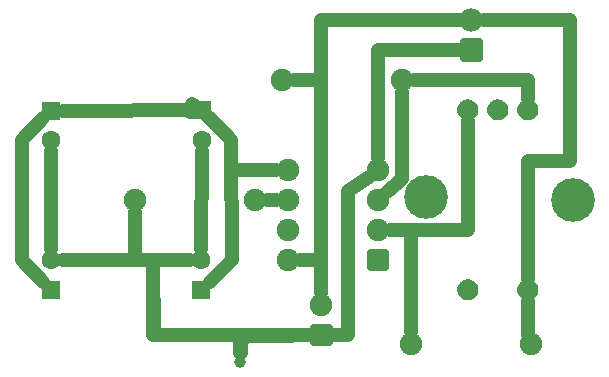
<source format=gbl>
G04 MADE WITH FRITZING*
G04 WWW.FRITZING.ORG*
G04 DOUBLE SIDED*
G04 HOLES PLATED*
G04 CONTOUR ON CENTER OF CONTOUR VECTOR*
%ASAXBY*%
%FSLAX23Y23*%
%MOIN*%
%OFA0B0*%
%SFA1.0B1.0*%
%ADD10C,0.070000*%
%ADD11C,0.075000*%
%ADD12C,0.145669*%
%ADD13C,0.039370*%
%ADD14C,0.062992*%
%ADD15C,0.078000*%
%ADD16R,0.062992X0.062992*%
%ADD17C,0.048000*%
%ADD18C,0.020000*%
%ADD19R,0.001000X0.001000*%
%LNCOPPER0*%
G90*
G70*
G54D10*
X1739Y1057D03*
X1639Y1057D03*
X1539Y1057D03*
X1739Y457D03*
X1539Y457D03*
G54D11*
X919Y1157D03*
X1319Y1157D03*
X1750Y277D03*
X1350Y277D03*
X829Y757D03*
X429Y757D03*
G54D12*
X1399Y767D03*
X1889Y757D03*
G54D11*
X1050Y307D03*
X1050Y407D03*
G54D13*
X779Y217D03*
G54D14*
X650Y458D03*
X650Y557D03*
X650Y458D03*
X650Y557D03*
X150Y458D03*
X150Y557D03*
X150Y458D03*
X150Y557D03*
X651Y1056D03*
X651Y958D03*
X651Y1056D03*
X651Y958D03*
X150Y1055D03*
X150Y957D03*
X150Y1055D03*
X150Y957D03*
G54D11*
X1239Y557D03*
X939Y557D03*
X1239Y657D03*
X939Y657D03*
X1239Y757D03*
X939Y757D03*
X1239Y857D03*
X939Y857D03*
G54D15*
X1550Y1257D03*
X1550Y1357D03*
G54D16*
X650Y458D03*
X650Y458D03*
X150Y458D03*
X150Y458D03*
X651Y1056D03*
X651Y1056D03*
X150Y1055D03*
X150Y1055D03*
G54D17*
X1049Y557D02*
X979Y557D01*
D02*
X1049Y1158D02*
X1049Y557D01*
D02*
X959Y1157D02*
X1049Y1158D01*
D02*
X1319Y1007D02*
X1319Y1118D01*
D02*
X1319Y827D02*
X1319Y1007D01*
D02*
X1269Y783D02*
X1319Y827D01*
D02*
X1500Y1158D02*
X1359Y1157D01*
D02*
X1740Y1158D02*
X1500Y1158D01*
D02*
X1739Y1095D02*
X1740Y1158D01*
D02*
X1740Y718D02*
X1739Y495D01*
D02*
X1879Y887D02*
X1740Y887D01*
D02*
X1740Y887D02*
X1740Y718D01*
D02*
X1879Y1356D02*
X1879Y887D01*
D02*
X1591Y1357D02*
X1879Y1356D01*
D02*
X1740Y307D02*
X1739Y420D01*
D02*
X1738Y315D02*
X1740Y307D01*
D02*
X1540Y656D02*
X1279Y657D01*
D02*
X1539Y1020D02*
X1540Y656D01*
D02*
X1349Y656D02*
X1349Y317D01*
D02*
X1279Y657D02*
X1349Y656D01*
D02*
X429Y557D02*
X429Y718D01*
D02*
X612Y557D02*
X429Y557D01*
D02*
X899Y757D02*
X869Y757D01*
D02*
X648Y1058D02*
X619Y1077D01*
D02*
X748Y858D02*
X748Y958D01*
D02*
X748Y958D02*
X648Y1058D01*
D02*
X899Y857D02*
X748Y858D01*
D02*
X1050Y557D02*
X1050Y447D01*
D02*
X979Y557D02*
X1050Y557D01*
D02*
X612Y557D02*
X490Y557D01*
D02*
X490Y557D02*
X490Y306D01*
D02*
X490Y306D02*
X1010Y307D01*
D02*
X489Y557D02*
X612Y557D01*
D02*
X491Y306D02*
X489Y557D01*
D02*
X784Y307D02*
X491Y306D01*
D02*
X781Y247D02*
X784Y307D01*
D02*
X1139Y787D02*
X1139Y307D01*
D02*
X779Y305D02*
X779Y247D01*
D02*
X1139Y307D02*
X779Y305D01*
D02*
X1207Y834D02*
X1139Y787D01*
D02*
X650Y1056D02*
X613Y1052D01*
D02*
X188Y1055D02*
X650Y1056D01*
D02*
X51Y958D02*
X51Y558D01*
D02*
X51Y558D02*
X123Y485D01*
D02*
X123Y1029D02*
X51Y958D01*
D02*
X1048Y558D02*
X979Y557D01*
D02*
X1048Y657D02*
X1048Y558D01*
D02*
X1050Y657D02*
X1048Y657D01*
D02*
X1050Y1357D02*
X1050Y657D01*
D02*
X751Y558D02*
X677Y485D01*
D02*
X750Y956D02*
X751Y558D01*
D02*
X678Y1029D02*
X750Y956D01*
D02*
X1239Y897D02*
X1240Y1258D01*
D02*
X651Y920D02*
X650Y595D01*
D02*
X150Y919D02*
X150Y595D01*
D02*
X612Y557D02*
X188Y557D01*
D02*
X1050Y1357D02*
X1473Y1358D01*
D02*
X750Y956D02*
X748Y859D01*
D02*
X1508Y1358D02*
X1473Y1358D01*
D02*
X1240Y1258D02*
X1508Y1257D01*
G54D18*
X1022Y334D02*
X1077Y334D01*
X1077Y279D01*
X1022Y279D01*
X1022Y334D01*
D02*
X1211Y530D02*
X1211Y585D01*
X1266Y585D01*
X1266Y530D01*
X1211Y530D01*
D02*
X1521Y1228D02*
X1521Y1286D01*
X1579Y1286D01*
X1579Y1228D01*
X1521Y1228D01*
D02*
G54D19*
X1533Y1092D02*
X1543Y1092D01*
X1633Y1092D02*
X1642Y1092D01*
X1733Y1092D02*
X1742Y1092D01*
X1529Y1091D02*
X1546Y1091D01*
X1629Y1091D02*
X1646Y1091D01*
X1729Y1091D02*
X1746Y1091D01*
X1526Y1090D02*
X1549Y1090D01*
X1626Y1090D02*
X1649Y1090D01*
X1726Y1090D02*
X1749Y1090D01*
X1524Y1089D02*
X1551Y1089D01*
X1624Y1089D02*
X1651Y1089D01*
X1724Y1089D02*
X1751Y1089D01*
X1522Y1088D02*
X1553Y1088D01*
X1622Y1088D02*
X1653Y1088D01*
X1722Y1088D02*
X1753Y1088D01*
X1521Y1087D02*
X1555Y1087D01*
X1620Y1087D02*
X1655Y1087D01*
X1720Y1087D02*
X1755Y1087D01*
X1519Y1086D02*
X1556Y1086D01*
X1619Y1086D02*
X1656Y1086D01*
X1719Y1086D02*
X1756Y1086D01*
X1518Y1085D02*
X1558Y1085D01*
X1618Y1085D02*
X1658Y1085D01*
X1718Y1085D02*
X1758Y1085D01*
X1516Y1084D02*
X1559Y1084D01*
X1616Y1084D02*
X1659Y1084D01*
X1716Y1084D02*
X1759Y1084D01*
X1515Y1083D02*
X1560Y1083D01*
X1615Y1083D02*
X1660Y1083D01*
X1715Y1083D02*
X1760Y1083D01*
X1514Y1082D02*
X1561Y1082D01*
X1614Y1082D02*
X1661Y1082D01*
X1714Y1082D02*
X1761Y1082D01*
X1513Y1081D02*
X1562Y1081D01*
X1613Y1081D02*
X1662Y1081D01*
X1713Y1081D02*
X1762Y1081D01*
X1512Y1080D02*
X1563Y1080D01*
X1612Y1080D02*
X1663Y1080D01*
X1712Y1080D02*
X1763Y1080D01*
X1512Y1079D02*
X1564Y1079D01*
X1611Y1079D02*
X1664Y1079D01*
X1711Y1079D02*
X1764Y1079D01*
X1511Y1078D02*
X1565Y1078D01*
X1611Y1078D02*
X1665Y1078D01*
X1711Y1078D02*
X1765Y1078D01*
X1510Y1077D02*
X1565Y1077D01*
X1610Y1077D02*
X1665Y1077D01*
X1710Y1077D02*
X1765Y1077D01*
X1509Y1076D02*
X1566Y1076D01*
X1609Y1076D02*
X1666Y1076D01*
X1709Y1076D02*
X1766Y1076D01*
X1509Y1075D02*
X1567Y1075D01*
X1609Y1075D02*
X1667Y1075D01*
X1708Y1075D02*
X1767Y1075D01*
X1508Y1074D02*
X1567Y1074D01*
X1608Y1074D02*
X1667Y1074D01*
X1708Y1074D02*
X1767Y1074D01*
X1507Y1073D02*
X1568Y1073D01*
X1607Y1073D02*
X1668Y1073D01*
X1707Y1073D02*
X1768Y1073D01*
X1507Y1072D02*
X1533Y1072D01*
X1543Y1072D02*
X1569Y1072D01*
X1607Y1072D02*
X1632Y1072D01*
X1643Y1072D02*
X1668Y1072D01*
X1707Y1072D02*
X1732Y1072D01*
X1743Y1072D02*
X1768Y1072D01*
X1506Y1071D02*
X1530Y1071D01*
X1546Y1071D02*
X1569Y1071D01*
X1606Y1071D02*
X1629Y1071D01*
X1646Y1071D02*
X1669Y1071D01*
X1706Y1071D02*
X1729Y1071D01*
X1746Y1071D02*
X1769Y1071D01*
X1506Y1070D02*
X1528Y1070D01*
X1548Y1070D02*
X1569Y1070D01*
X1606Y1070D02*
X1628Y1070D01*
X1648Y1070D02*
X1669Y1070D01*
X1706Y1070D02*
X1728Y1070D01*
X1748Y1070D02*
X1769Y1070D01*
X1506Y1069D02*
X1527Y1069D01*
X1549Y1069D02*
X1570Y1069D01*
X1605Y1069D02*
X1626Y1069D01*
X1649Y1069D02*
X1670Y1069D01*
X1705Y1069D02*
X1726Y1069D01*
X1749Y1069D02*
X1770Y1069D01*
X1505Y1068D02*
X1526Y1068D01*
X1550Y1068D02*
X1570Y1068D01*
X1605Y1068D02*
X1625Y1068D01*
X1650Y1068D02*
X1670Y1068D01*
X1705Y1068D02*
X1725Y1068D01*
X1750Y1068D02*
X1770Y1068D01*
X1505Y1067D02*
X1525Y1067D01*
X1551Y1067D02*
X1571Y1067D01*
X1605Y1067D02*
X1625Y1067D01*
X1651Y1067D02*
X1671Y1067D01*
X1705Y1067D02*
X1725Y1067D01*
X1751Y1067D02*
X1771Y1067D01*
X1504Y1066D02*
X1524Y1066D01*
X1551Y1066D02*
X1571Y1066D01*
X1604Y1066D02*
X1624Y1066D01*
X1651Y1066D02*
X1671Y1066D01*
X1704Y1066D02*
X1724Y1066D01*
X1751Y1066D02*
X1771Y1066D01*
X1504Y1065D02*
X1524Y1065D01*
X1552Y1065D02*
X1571Y1065D01*
X1604Y1065D02*
X1624Y1065D01*
X1652Y1065D02*
X1671Y1065D01*
X1704Y1065D02*
X1724Y1065D01*
X1752Y1065D02*
X1771Y1065D01*
X1504Y1064D02*
X1523Y1064D01*
X1552Y1064D02*
X1571Y1064D01*
X1604Y1064D02*
X1623Y1064D01*
X1652Y1064D02*
X1671Y1064D01*
X1704Y1064D02*
X1723Y1064D01*
X1752Y1064D02*
X1771Y1064D01*
X1504Y1063D02*
X1523Y1063D01*
X1552Y1063D02*
X1572Y1063D01*
X1604Y1063D02*
X1623Y1063D01*
X1652Y1063D02*
X1672Y1063D01*
X1704Y1063D02*
X1723Y1063D01*
X1752Y1063D02*
X1772Y1063D01*
X1504Y1062D02*
X1523Y1062D01*
X1553Y1062D02*
X1572Y1062D01*
X1604Y1062D02*
X1623Y1062D01*
X1653Y1062D02*
X1672Y1062D01*
X1703Y1062D02*
X1723Y1062D01*
X1753Y1062D02*
X1772Y1062D01*
X1503Y1061D02*
X1522Y1061D01*
X1553Y1061D02*
X1572Y1061D01*
X1603Y1061D02*
X1622Y1061D01*
X1653Y1061D02*
X1672Y1061D01*
X1703Y1061D02*
X1722Y1061D01*
X1753Y1061D02*
X1772Y1061D01*
X1503Y1060D02*
X1522Y1060D01*
X1553Y1060D02*
X1572Y1060D01*
X1603Y1060D02*
X1622Y1060D01*
X1653Y1060D02*
X1672Y1060D01*
X1703Y1060D02*
X1722Y1060D01*
X1753Y1060D02*
X1772Y1060D01*
X1503Y1059D02*
X1522Y1059D01*
X1553Y1059D02*
X1572Y1059D01*
X1603Y1059D02*
X1622Y1059D01*
X1653Y1059D02*
X1672Y1059D01*
X1703Y1059D02*
X1722Y1059D01*
X1753Y1059D02*
X1772Y1059D01*
X1503Y1058D02*
X1522Y1058D01*
X1553Y1058D02*
X1572Y1058D01*
X1603Y1058D02*
X1622Y1058D01*
X1653Y1058D02*
X1672Y1058D01*
X1703Y1058D02*
X1722Y1058D01*
X1753Y1058D02*
X1772Y1058D01*
X1503Y1057D02*
X1522Y1057D01*
X1553Y1057D02*
X1572Y1057D01*
X1603Y1057D02*
X1622Y1057D01*
X1653Y1057D02*
X1672Y1057D01*
X1703Y1057D02*
X1722Y1057D01*
X1753Y1057D02*
X1772Y1057D01*
X1503Y1056D02*
X1522Y1056D01*
X1553Y1056D02*
X1572Y1056D01*
X1603Y1056D02*
X1622Y1056D01*
X1653Y1056D02*
X1672Y1056D01*
X1703Y1056D02*
X1722Y1056D01*
X1753Y1056D02*
X1772Y1056D01*
X1503Y1055D02*
X1522Y1055D01*
X1553Y1055D02*
X1572Y1055D01*
X1603Y1055D02*
X1622Y1055D01*
X1653Y1055D02*
X1672Y1055D01*
X1703Y1055D02*
X1722Y1055D01*
X1753Y1055D02*
X1772Y1055D01*
X1503Y1054D02*
X1522Y1054D01*
X1553Y1054D02*
X1572Y1054D01*
X1603Y1054D02*
X1622Y1054D01*
X1653Y1054D02*
X1672Y1054D01*
X1703Y1054D02*
X1722Y1054D01*
X1753Y1054D02*
X1772Y1054D01*
X1504Y1053D02*
X1523Y1053D01*
X1553Y1053D02*
X1572Y1053D01*
X1604Y1053D02*
X1623Y1053D01*
X1653Y1053D02*
X1672Y1053D01*
X1703Y1053D02*
X1723Y1053D01*
X1753Y1053D02*
X1772Y1053D01*
X1504Y1052D02*
X1523Y1052D01*
X1552Y1052D02*
X1572Y1052D01*
X1604Y1052D02*
X1623Y1052D01*
X1652Y1052D02*
X1672Y1052D01*
X1704Y1052D02*
X1723Y1052D01*
X1752Y1052D02*
X1772Y1052D01*
X1504Y1051D02*
X1523Y1051D01*
X1552Y1051D02*
X1571Y1051D01*
X1604Y1051D02*
X1623Y1051D01*
X1652Y1051D02*
X1671Y1051D01*
X1704Y1051D02*
X1723Y1051D01*
X1752Y1051D02*
X1771Y1051D01*
X1504Y1050D02*
X1524Y1050D01*
X1552Y1050D02*
X1571Y1050D01*
X1604Y1050D02*
X1624Y1050D01*
X1652Y1050D02*
X1671Y1050D01*
X1704Y1050D02*
X1724Y1050D01*
X1752Y1050D02*
X1771Y1050D01*
X1504Y1049D02*
X1524Y1049D01*
X1551Y1049D02*
X1571Y1049D01*
X1604Y1049D02*
X1624Y1049D01*
X1651Y1049D02*
X1671Y1049D01*
X1704Y1049D02*
X1724Y1049D01*
X1751Y1049D02*
X1771Y1049D01*
X1505Y1048D02*
X1525Y1048D01*
X1551Y1048D02*
X1571Y1048D01*
X1605Y1048D02*
X1625Y1048D01*
X1651Y1048D02*
X1671Y1048D01*
X1705Y1048D02*
X1725Y1048D01*
X1751Y1048D02*
X1771Y1048D01*
X1505Y1047D02*
X1526Y1047D01*
X1550Y1047D02*
X1570Y1047D01*
X1605Y1047D02*
X1625Y1047D01*
X1650Y1047D02*
X1670Y1047D01*
X1705Y1047D02*
X1725Y1047D01*
X1750Y1047D02*
X1770Y1047D01*
X1506Y1046D02*
X1527Y1046D01*
X1549Y1046D02*
X1570Y1046D01*
X1605Y1046D02*
X1626Y1046D01*
X1649Y1046D02*
X1670Y1046D01*
X1705Y1046D02*
X1726Y1046D01*
X1749Y1046D02*
X1770Y1046D01*
X1506Y1045D02*
X1528Y1045D01*
X1548Y1045D02*
X1569Y1045D01*
X1606Y1045D02*
X1628Y1045D01*
X1648Y1045D02*
X1669Y1045D01*
X1706Y1045D02*
X1728Y1045D01*
X1748Y1045D02*
X1769Y1045D01*
X1506Y1044D02*
X1530Y1044D01*
X1546Y1044D02*
X1569Y1044D01*
X1606Y1044D02*
X1630Y1044D01*
X1646Y1044D02*
X1669Y1044D01*
X1706Y1044D02*
X1729Y1044D01*
X1746Y1044D02*
X1769Y1044D01*
X1507Y1043D02*
X1533Y1043D01*
X1543Y1043D02*
X1569Y1043D01*
X1607Y1043D02*
X1633Y1043D01*
X1643Y1043D02*
X1668Y1043D01*
X1707Y1043D02*
X1732Y1043D01*
X1743Y1043D02*
X1768Y1043D01*
X1507Y1042D02*
X1568Y1042D01*
X1607Y1042D02*
X1668Y1042D01*
X1707Y1042D02*
X1768Y1042D01*
X1508Y1041D02*
X1567Y1041D01*
X1608Y1041D02*
X1667Y1041D01*
X1708Y1041D02*
X1767Y1041D01*
X1509Y1040D02*
X1567Y1040D01*
X1609Y1040D02*
X1667Y1040D01*
X1708Y1040D02*
X1767Y1040D01*
X1509Y1039D02*
X1566Y1039D01*
X1609Y1039D02*
X1666Y1039D01*
X1709Y1039D02*
X1766Y1039D01*
X1510Y1038D02*
X1565Y1038D01*
X1610Y1038D02*
X1665Y1038D01*
X1710Y1038D02*
X1765Y1038D01*
X1511Y1037D02*
X1565Y1037D01*
X1611Y1037D02*
X1665Y1037D01*
X1711Y1037D02*
X1765Y1037D01*
X1512Y1036D02*
X1564Y1036D01*
X1611Y1036D02*
X1664Y1036D01*
X1711Y1036D02*
X1764Y1036D01*
X1512Y1035D02*
X1563Y1035D01*
X1612Y1035D02*
X1663Y1035D01*
X1712Y1035D02*
X1763Y1035D01*
X1513Y1034D02*
X1562Y1034D01*
X1613Y1034D02*
X1662Y1034D01*
X1713Y1034D02*
X1762Y1034D01*
X1514Y1033D02*
X1561Y1033D01*
X1614Y1033D02*
X1661Y1033D01*
X1714Y1033D02*
X1761Y1033D01*
X1515Y1032D02*
X1560Y1032D01*
X1615Y1032D02*
X1660Y1032D01*
X1715Y1032D02*
X1760Y1032D01*
X1516Y1031D02*
X1559Y1031D01*
X1616Y1031D02*
X1659Y1031D01*
X1716Y1031D02*
X1759Y1031D01*
X1518Y1030D02*
X1558Y1030D01*
X1618Y1030D02*
X1658Y1030D01*
X1718Y1030D02*
X1758Y1030D01*
X1519Y1029D02*
X1556Y1029D01*
X1619Y1029D02*
X1656Y1029D01*
X1719Y1029D02*
X1756Y1029D01*
X1521Y1028D02*
X1555Y1028D01*
X1620Y1028D02*
X1655Y1028D01*
X1720Y1028D02*
X1755Y1028D01*
X1522Y1027D02*
X1553Y1027D01*
X1622Y1027D02*
X1653Y1027D01*
X1722Y1027D02*
X1753Y1027D01*
X1524Y1026D02*
X1551Y1026D01*
X1624Y1026D02*
X1651Y1026D01*
X1724Y1026D02*
X1751Y1026D01*
X1526Y1025D02*
X1549Y1025D01*
X1626Y1025D02*
X1649Y1025D01*
X1726Y1025D02*
X1749Y1025D01*
X1529Y1024D02*
X1546Y1024D01*
X1629Y1024D02*
X1646Y1024D01*
X1729Y1024D02*
X1746Y1024D01*
X1533Y1023D02*
X1543Y1023D01*
X1633Y1023D02*
X1642Y1023D01*
X1733Y1023D02*
X1742Y1023D01*
X1532Y492D02*
X1544Y492D01*
X1732Y492D02*
X1743Y492D01*
X1528Y491D02*
X1547Y491D01*
X1728Y491D02*
X1747Y491D01*
X1526Y490D02*
X1550Y490D01*
X1726Y490D02*
X1750Y490D01*
X1524Y489D02*
X1552Y489D01*
X1723Y489D02*
X1752Y489D01*
X1522Y488D02*
X1554Y488D01*
X1722Y488D02*
X1754Y488D01*
X1520Y487D02*
X1555Y487D01*
X1720Y487D02*
X1755Y487D01*
X1519Y486D02*
X1557Y486D01*
X1719Y486D02*
X1757Y486D01*
X1517Y485D02*
X1558Y485D01*
X1717Y485D02*
X1758Y485D01*
X1516Y484D02*
X1559Y484D01*
X1716Y484D02*
X1759Y484D01*
X1515Y483D02*
X1560Y483D01*
X1715Y483D02*
X1760Y483D01*
X1514Y482D02*
X1561Y482D01*
X1714Y482D02*
X1761Y482D01*
X1513Y481D02*
X1562Y481D01*
X1713Y481D02*
X1762Y481D01*
X1512Y480D02*
X1563Y480D01*
X1712Y480D02*
X1763Y480D01*
X1511Y479D02*
X1564Y479D01*
X1711Y479D02*
X1764Y479D01*
X1511Y478D02*
X1565Y478D01*
X1710Y478D02*
X1765Y478D01*
X1510Y477D02*
X1566Y477D01*
X1710Y477D02*
X1766Y477D01*
X1509Y476D02*
X1566Y476D01*
X1709Y476D02*
X1766Y476D01*
X1508Y475D02*
X1567Y475D01*
X1708Y475D02*
X1767Y475D01*
X1508Y474D02*
X1568Y474D01*
X1708Y474D02*
X1767Y474D01*
X1507Y473D02*
X1568Y473D01*
X1707Y473D02*
X1768Y473D01*
X1507Y472D02*
X1532Y472D01*
X1544Y472D02*
X1569Y472D01*
X1707Y472D02*
X1732Y472D01*
X1744Y472D02*
X1769Y472D01*
X1506Y471D02*
X1529Y471D01*
X1546Y471D02*
X1569Y471D01*
X1706Y471D02*
X1729Y471D01*
X1746Y471D02*
X1769Y471D01*
X1506Y470D02*
X1527Y470D01*
X1548Y470D02*
X1570Y470D01*
X1706Y470D02*
X1727Y470D01*
X1748Y470D02*
X1769Y470D01*
X1505Y469D02*
X1526Y469D01*
X1549Y469D02*
X1570Y469D01*
X1705Y469D02*
X1726Y469D01*
X1749Y469D02*
X1770Y469D01*
X1505Y468D02*
X1525Y468D01*
X1550Y468D02*
X1570Y468D01*
X1705Y468D02*
X1725Y468D01*
X1750Y468D02*
X1770Y468D01*
X1505Y467D02*
X1525Y467D01*
X1551Y467D02*
X1571Y467D01*
X1705Y467D02*
X1725Y467D01*
X1751Y467D02*
X1771Y467D01*
X1504Y466D02*
X1524Y466D01*
X1551Y466D02*
X1571Y466D01*
X1704Y466D02*
X1724Y466D01*
X1751Y466D02*
X1771Y466D01*
X1504Y465D02*
X1524Y465D01*
X1552Y465D02*
X1571Y465D01*
X1704Y465D02*
X1723Y465D01*
X1752Y465D02*
X1771Y465D01*
X1504Y464D02*
X1523Y464D01*
X1552Y464D02*
X1572Y464D01*
X1704Y464D02*
X1723Y464D01*
X1752Y464D02*
X1771Y464D01*
X1504Y463D02*
X1523Y463D01*
X1553Y463D02*
X1572Y463D01*
X1704Y463D02*
X1723Y463D01*
X1752Y463D02*
X1772Y463D01*
X1504Y462D02*
X1523Y462D01*
X1553Y462D02*
X1572Y462D01*
X1703Y462D02*
X1723Y462D01*
X1753Y462D02*
X1772Y462D01*
X1503Y461D02*
X1522Y461D01*
X1553Y461D02*
X1572Y461D01*
X1703Y461D02*
X1722Y461D01*
X1753Y461D02*
X1772Y461D01*
X1503Y460D02*
X1522Y460D01*
X1553Y460D02*
X1572Y460D01*
X1703Y460D02*
X1722Y460D01*
X1753Y460D02*
X1772Y460D01*
X1503Y459D02*
X1522Y459D01*
X1553Y459D02*
X1572Y459D01*
X1703Y459D02*
X1722Y459D01*
X1753Y459D02*
X1772Y459D01*
X1503Y458D02*
X1522Y458D01*
X1553Y458D02*
X1572Y458D01*
X1703Y458D02*
X1722Y458D01*
X1753Y458D02*
X1772Y458D01*
X1503Y457D02*
X1522Y457D01*
X1553Y457D02*
X1572Y457D01*
X1703Y457D02*
X1722Y457D01*
X1753Y457D02*
X1772Y457D01*
X1503Y456D02*
X1522Y456D01*
X1553Y456D02*
X1572Y456D01*
X1703Y456D02*
X1722Y456D01*
X1753Y456D02*
X1772Y456D01*
X1503Y455D02*
X1522Y455D01*
X1553Y455D02*
X1572Y455D01*
X1703Y455D02*
X1722Y455D01*
X1753Y455D02*
X1772Y455D01*
X1503Y454D02*
X1523Y454D01*
X1553Y454D02*
X1572Y454D01*
X1703Y454D02*
X1722Y454D01*
X1753Y454D02*
X1772Y454D01*
X1504Y453D02*
X1523Y453D01*
X1553Y453D02*
X1572Y453D01*
X1704Y453D02*
X1723Y453D01*
X1753Y453D02*
X1772Y453D01*
X1504Y452D02*
X1523Y452D01*
X1552Y452D02*
X1572Y452D01*
X1704Y452D02*
X1723Y452D01*
X1752Y452D02*
X1772Y452D01*
X1504Y451D02*
X1523Y451D01*
X1552Y451D02*
X1571Y451D01*
X1704Y451D02*
X1723Y451D01*
X1752Y451D02*
X1771Y451D01*
X1504Y450D02*
X1524Y450D01*
X1552Y450D02*
X1571Y450D01*
X1704Y450D02*
X1724Y450D01*
X1752Y450D02*
X1771Y450D01*
X1505Y449D02*
X1524Y449D01*
X1551Y449D02*
X1571Y449D01*
X1704Y449D02*
X1724Y449D01*
X1751Y449D02*
X1771Y449D01*
X1505Y448D02*
X1525Y448D01*
X1551Y448D02*
X1571Y448D01*
X1705Y448D02*
X1725Y448D01*
X1750Y448D02*
X1770Y448D01*
X1505Y447D02*
X1526Y447D01*
X1550Y447D02*
X1570Y447D01*
X1705Y447D02*
X1726Y447D01*
X1750Y447D02*
X1770Y447D01*
X1506Y446D02*
X1527Y446D01*
X1549Y446D02*
X1570Y446D01*
X1706Y446D02*
X1727Y446D01*
X1749Y446D02*
X1770Y446D01*
X1506Y445D02*
X1528Y445D01*
X1547Y445D02*
X1569Y445D01*
X1706Y445D02*
X1728Y445D01*
X1747Y445D02*
X1769Y445D01*
X1506Y444D02*
X1530Y444D01*
X1545Y444D02*
X1569Y444D01*
X1706Y444D02*
X1730Y444D01*
X1745Y444D02*
X1769Y444D01*
X1507Y443D02*
X1534Y443D01*
X1542Y443D02*
X1568Y443D01*
X1707Y443D02*
X1734Y443D01*
X1742Y443D02*
X1768Y443D01*
X1508Y442D02*
X1568Y442D01*
X1707Y442D02*
X1768Y442D01*
X1508Y441D02*
X1567Y441D01*
X1708Y441D02*
X1767Y441D01*
X1509Y440D02*
X1567Y440D01*
X1709Y440D02*
X1767Y440D01*
X1509Y439D02*
X1566Y439D01*
X1709Y439D02*
X1766Y439D01*
X1510Y438D02*
X1565Y438D01*
X1710Y438D02*
X1765Y438D01*
X1511Y437D02*
X1565Y437D01*
X1711Y437D02*
X1764Y437D01*
X1512Y436D02*
X1564Y436D01*
X1712Y436D02*
X1764Y436D01*
X1513Y435D02*
X1563Y435D01*
X1712Y435D02*
X1763Y435D01*
X1513Y434D02*
X1562Y434D01*
X1713Y434D02*
X1762Y434D01*
X1514Y433D02*
X1561Y433D01*
X1714Y433D02*
X1761Y433D01*
X1516Y432D02*
X1560Y432D01*
X1715Y432D02*
X1760Y432D01*
X1517Y431D02*
X1559Y431D01*
X1717Y431D02*
X1759Y431D01*
X1518Y430D02*
X1557Y430D01*
X1718Y430D02*
X1757Y430D01*
X1519Y429D02*
X1556Y429D01*
X1719Y429D02*
X1756Y429D01*
X1521Y428D02*
X1555Y428D01*
X1721Y428D02*
X1754Y428D01*
X1523Y427D02*
X1553Y427D01*
X1722Y427D02*
X1753Y427D01*
X1524Y426D02*
X1551Y426D01*
X1724Y426D02*
X1751Y426D01*
X1527Y425D02*
X1549Y425D01*
X1727Y425D02*
X1749Y425D01*
X1530Y424D02*
X1546Y424D01*
X1730Y424D02*
X1746Y424D01*
X1534Y423D02*
X1541Y423D01*
X1734Y423D02*
X1741Y423D01*
D02*
G04 End of Copper0*
M02*
</source>
